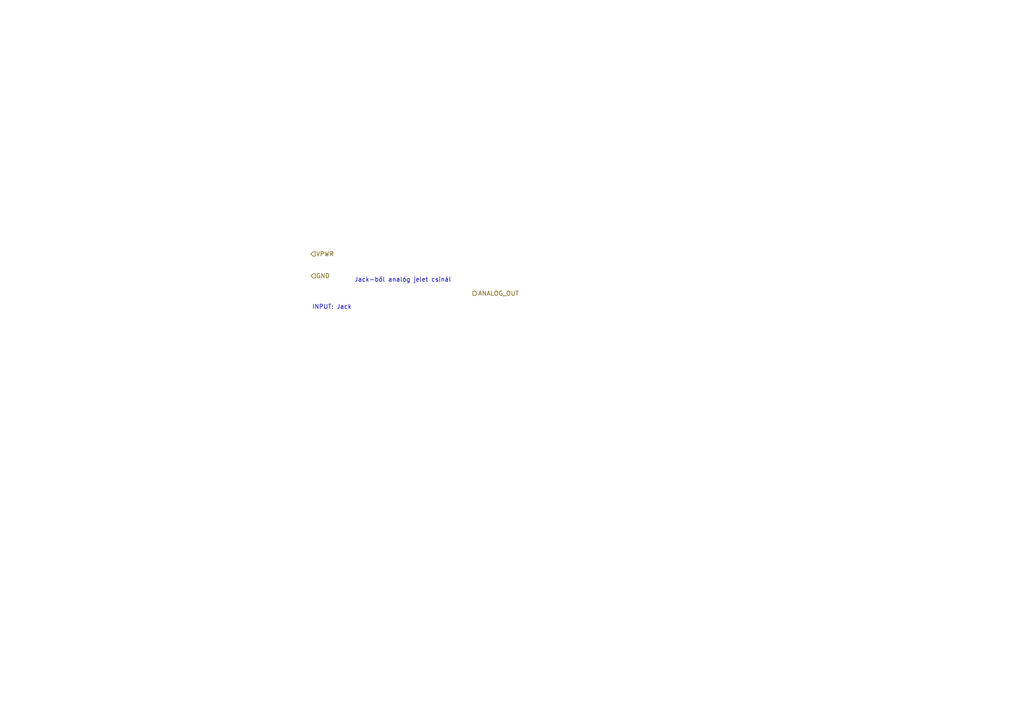
<source format=kicad_sch>
(kicad_sch
	(version 20250114)
	(generator "eeschema")
	(generator_version "9.0")
	(uuid "f8c9db59-a3d3-4f9e-a305-6751f65897b8")
	(paper "A4")
	(lib_symbols)
	(text "Jack-ből analóg jelet csinál"
		(exclude_from_sim no)
		(at 116.84 81.28 0)
		(effects
			(font
				(size 1.27 1.27)
			)
		)
		(uuid "b4ccb6f7-cbcb-4d8d-94f6-f282b330b56c")
	)
	(text "INPUT: Jack"
		(exclude_from_sim no)
		(at 96.266 89.154 0)
		(effects
			(font
				(size 1.27 1.27)
			)
		)
		(uuid "d222c96b-bf6f-4ddb-84a3-3367d2ef1777")
	)
	(hierarchical_label "ANALOG_OUT"
		(shape output)
		(at 137.16 85.09 0)
		(effects
			(font
				(size 1.27 1.27)
			)
			(justify left)
		)
		(uuid "27ff0bef-27fc-4039-8724-7643ee5c29a3")
	)
	(hierarchical_label "GND"
		(shape input)
		(at 90.17 80.01 0)
		(effects
			(font
				(size 1.27 1.27)
			)
			(justify left)
		)
		(uuid "6755cef3-0cab-490a-b1b7-582e85f07057")
	)
	(hierarchical_label "VPWR"
		(shape input)
		(at 90.17 73.66 0)
		(effects
			(font
				(size 1.27 1.27)
			)
			(justify left)
		)
		(uuid "c97fd313-a843-406f-aac1-c17f0b6237a1")
	)
)

</source>
